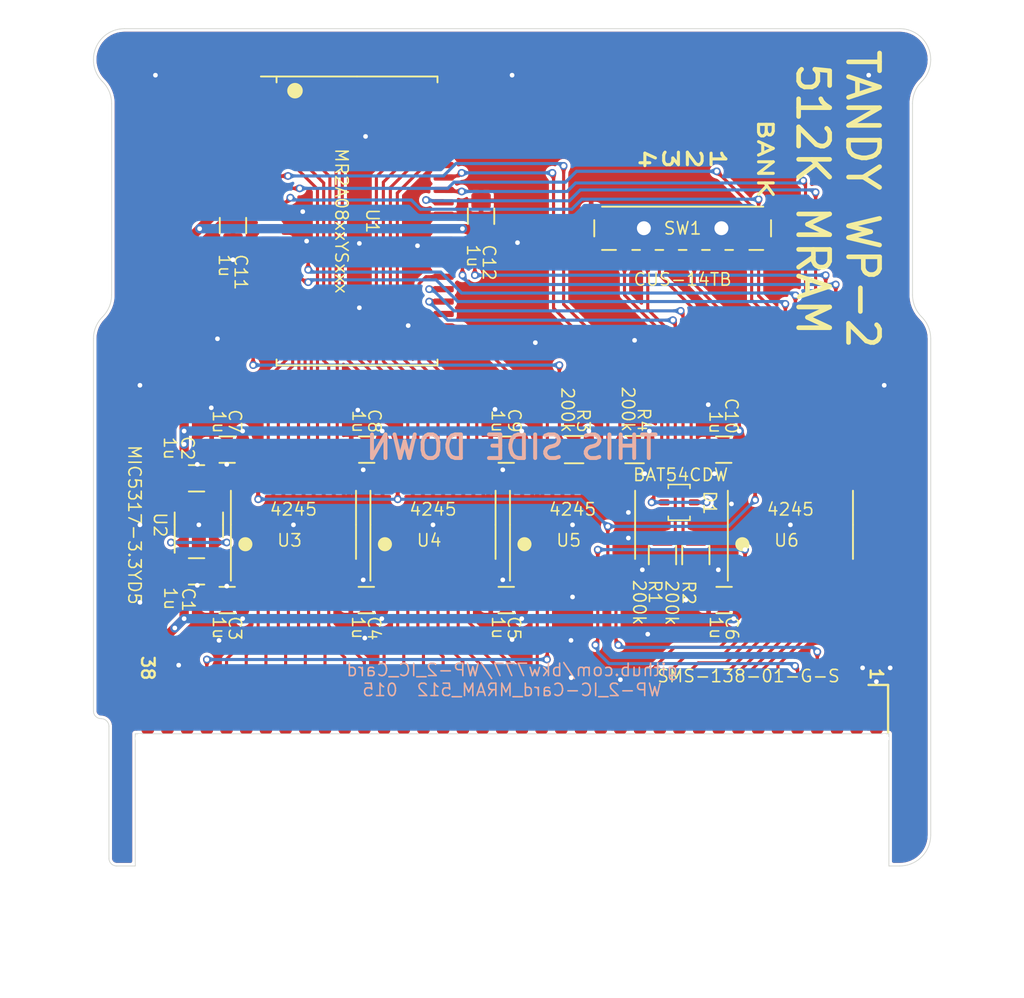
<source format=kicad_pcb>
(kicad_pcb (version 20240108) (generator "pcbnew") (generator_version "8.0")
  (title_block (title "WP-2_IC-Card_MRAM_512") (date "2024-08-22") (rev "015") (company "Brian K. White - b.kenyon.w@gmail.com") (comment 1 "CC-BY-SA") (comment 2 "github.com/bkw777/WP-2_IC_Card") (comment 3 "PCB Thickness 1.2mm"))
  (layers (0 "F.Cu" signal) (31 "B.Cu" signal) (34 "B.Paste" user) (35 "F.Paste" user) (36 "B.SilkS" user "B.Silkscreen") (37 "F.SilkS" user "F.Silkscreen") (38 "B.Mask" user) (39 "F.Mask" user) (44 "Edge.Cuts" user))
  (net 0 "")
  (net 1 "GND")
  (net 2 "/~{CE1}")
  (net 3 "/~{OE}")
  (net 4 "/D0")
  (net 5 "/D1")
  (net 6 "/D2")
  (net 7 "/D3")
  (net 8 "/D4")
  (net 9 "/D5")
  (net 10 "/D6")
  (net 11 "/D7")
  (net 12 "/A16")
  (net 13 "/A15")
  (net 14 "/A14")
  (net 15 "/A13")
  (net 16 "/A12")
  (net 17 "/A11")
  (net 18 "/A10")
  (net 19 "/A9")
  (net 20 "/A8")
  (net 21 "/A7")
  (net 22 "/A6")
  (net 23 "/A5")
  (net 24 "/A4")
  (net 25 "/A3")
  (net 26 "/A2")
  (net 27 "/A1")
  (net 28 "/A0")
  (net 30 "VBUS")
  (net 31 "/3A11")
  (net 36 "/3A9")
  (net 37 "/3A8")
  (net 38 "/3A13")
  (net 39 "/~{3WE}")
  (net 40 "/3A15")
  (net 41 "/3A16")
  (net 42 "/3A14")
  (net 43 "/3A12")
  (net 44 "/3A7")
  (net 45 "/3A6")
  (net 46 "/3A5")
  (net 47 "/3A4")
  (net 48 "/3A3")
  (net 49 "/3A2")
  (net 50 "/3A1")
  (net 51 "/3A0")
  (net 52 "/3D0")
  (net 53 "/3D1")
  (net 54 "/3D2")
  (net 55 "/3D3")
  (net 56 "/3D4")
  (net 57 "/3D5")
  (net 58 "/3D6")
  (net 59 "/3D7")
  (net 60 "/~{3CE1}")
  (net 61 "/3A10")
  (net 63 "/~{3OE}")
  (net 65 "/~{WE}")
  (net 73 "/3A17")
  (net 74 "/3A18")
  (net 78 "VMEM")
  (net 79 "/BANK_2")
  (net 80 "/BANK_4")
  (net 81 "/BANK_3")
  (footprint "0_LOCAL:SMS-138-01-x-x_edge" (layer "F.Cu") (at 135.95 113.72 -90)
    (property "Reference" "J1" (hide yes))
    (property "Value" "SMS-138-01-G-S")
  )
  (footprint "0_LOCAL:npth_0.6mm" (layer "F.Cu") (at 159.95 114.02)
    (property "Reference" "REF**" (hide yes))
    (property "Value" "npth_0.6mm")
  )
  (footprint "0_LOCAL:C_0805_1mm" (layer "F.Cu") (at 135.575 105.095 180)
    (property "Reference" "C5")
    (property "Value" "1u")
  )
  (footprint "0_LOCAL:C_0805_1mm" (layer "F.Cu") (at 117.575 95.395 180)
    (property "Reference" "C7")
    (property "Value" "1u")
  )
  (footprint "0_LOCAL:C_0805_1mm" (layer "F.Cu") (at 115.6 103.245 180)
    (property "Reference" "C1")
    (property "Value" "1u")
  )
  (footprint "0_LOCAL:C_0805_1mm" (layer "F.Cu") (at 115.6 97.245 180)
    (property "Reference" "C2")
    (property "Value" "1u")
  )
  (footprint "0_LOCAL:R_0805" (layer "F.Cu") (at 147.8 102.195 90)
    (property "Reference" "R2")
    (property "Value" "200k")
  )
  (footprint "0_LOCAL:TSSOP-24_4.4x7.8mm_P0.65mm" (layer "F.Cu") (at 121.85 100.245 90)
    (property "Reference" "U3")
    (property "Value" "4245")
  )
  (footprint "0_LOCAL:C_0805_1mm" (layer "F.Cu") (at 117.95 80.945 -90)
    (property "Reference" "C11")
    (property "Value" "1u")
  )
  (footprint "0_LOCAL:SW_SP4T_CUS-14B pth" (layer "F.Cu") (at 146.95 81.12 180)
    (property "Reference" "SW1")
    (property "Value" "CUS-14TB")
  )
  (footprint "0_LOCAL:TSSOP-24_4.4x7.8mm_P0.65mm" (layer "F.Cu") (at 130.85 100.245 90)
    (property "Reference" "U4")
    (property "Value" "4245")
  )
  (footprint "0_LOCAL:TSSOP-24_4.4x7.8mm_P0.65mm" (layer "F.Cu") (at 153.9 100.245 90)
    (property "Reference" "U6")
    (property "Value" "4245")
  )
  (footprint "0_LOCAL:C_0805_1mm" (layer "F.Cu") (at 133.95 80.345 90)
    (property "Reference" "C12")
    (property "Value" "1u")
  )
  (footprint "0_LOCAL:C_0805_1mm" (layer "F.Cu") (at 149.6 95.395 180)
    (property "Reference" "C10")
    (property "Value" "1u")
  )
  (footprint "0_LOCAL:Fiducial_0.75mm_Mask1.5mm" (layer "F.Cu") (at 110.95 70.245)
    (property "Reference" "REF**" (hide yes))
    (property "Value" "Fiducial_0.75mm_Mask1.5mm" (hide yes))
  )
  (footprint "0_LOCAL:C_0805_1mm" (layer "F.Cu") (at 126.55 105.095 180)
    (property "Reference" "C4")
    (property "Value" "1u")
  )
  (footprint "0_LOCAL:Fiducial_0.75mm_Mask1.5mm" (layer "F.Cu") (at 160.95 70.245)
    (property "Reference" "REF**" (hide yes))
    (property "Value" "Fiducial_0.75mm_Mask1.5mm" (hide yes))
  )
  (footprint "0_LOCAL:R_0805" (layer "F.Cu") (at 143.85 95.395)
    (property "Reference" "R4")
    (property "Value" "200k")
  )
  (footprint "0_LOCAL:WP-2_IC_Card_Cover_MRAM_512" (layer "F.Cu") (at 135.95 95.245)
    (property "Reference" "REF**" (hide yes))
    (property "Value" "WP-2_IC_Card_Cover_MRAM_512")
  )
  (footprint "0_LOCAL:R_0805" (layer "F.Cu") (at 145.65 102.195 90)
    (property "Reference" "R1")
    (property "Value" "200k")
  )
  (footprint "0_LOCAL:TSSOP-6-symmetric" (layer "F.Cu") (at 146.725 98.795)
    (property "Reference" "D1")
    (property "Value" "BAT54CDW")
  )
  (footprint "0_LOCAL:C_0805_1mm" (layer "F.Cu") (at 135.575 95.395 180)
    (property "Reference" "C9")
    (property "Value" "1u")
  )
  (footprint "0_LOCAL:npth_0.6mm" (layer "F.Cu") (at 111.95 114.02)
    (property "Reference" "REF**" (hide yes))
    (property "Value" "npth_0.6mm")
  )
  (footprint "0_LOCAL:C_0805_1mm" (layer "F.Cu") (at 117.575 105.095 180)
    (property "Reference" "C3")
    (property "Value" "1u")
  )
  (footprint "0_LOCAL:TSSOP-24_4.4x7.8mm_P0.65mm" (layer "F.Cu") (at 139.85 100.245 90)
    (property "Reference" "U5")
    (property "Value" "4245")
  )
  (footprint "0_LOCAL:TSOP-II-44_10.16x18.41mm_P0.8mm" (layer "F.Cu") (at 125.95 80.645)
    (property "Reference" "U1")
    (property "Value" "MR2A08xxYSxxx")
  )
  (footprint "0_LOCAL:TSOT-23-5" (layer "F.Cu") (at 115.75 100.245 90)
    (property "Reference" "U2")
    (property "Value" "MIC5317-3.3YD5")
  )
  (footprint "0_LOCAL:C_0805_1mm" (layer "F.Cu") (at 126.575 95.395 180)
    (property "Reference" "C8")
    (property "Value" "1u")
  )
  (footprint "0_LOCAL:C_0805_1mm" (layer "F.Cu") (at 149.625 105.095 180)
    (property "Reference" "C6")
    (property "Value" "1u")
  )
  (footprint "0_LOCAL:R_0805" (layer "F.Cu") (at 139.95 95.395)
    (property "Reference" "R3")
    (property "Value" "200k")
  )
  (footprint "0_LOCAL:Fiducial_0.75mm_Mask1.5mm" (layer "F.Cu") (at 160.95 107.245)
    (property "Reference" "REF**" (hide yes))
    (property "Value" "Fiducial_0.75mm_Mask1.5mm" (hide yes))
  )
  (gr_line (start 108.949999 88.245) (end 108.95 112.245) (stroke (width 0.05)) (layer "Edge.Cuts"))
  (gr_line (start 160.95 68.245) (end 110.95 68.245) (stroke (width 0.05)) (layer "Edge.Cuts"))
  (gr_line (start 111.65 113.72) (end 160.25 113.72) (stroke (width 0.05)) (layer "Edge.Cuts"))
  (gr_line (start 160.25 122.245) (end 160.25 113.72) (stroke (width 0.05)) (layer "Edge.Cuts"))
  (gr_line (start 111.65 122.245) (end 111.65 113.72) (stroke (width 0.05)) (layer "Edge.Cuts"))
  (gr_line (start 110.45 122.245) (end 111.65 122.245) (stroke (width 0.05)) (layer "Edge.Cuts"))
  (gr_line (start 160.95 122.245) (end 160.25 122.245) (stroke (width 0.05)) (layer "Edge.Cuts"))
  (gr_line (start 162.95 120.245) (end 162.95 88.245) (stroke (width 0.05)) (layer "Edge.Cuts"))
  (gr_line (start 109.95 113.245) (end 109.95 121.745) (stroke (width 0.05)) (layer "Edge.Cuts"))
  (gr_arc (start 109.535787 71.659214) (mid 109.969333 72.308061) (end 110.121574 73.073428) (stroke (width 0.05)) (layer "Edge.Cuts"))
  (gr_arc (start 162.364213 86.830786) (mid 162.797759 87.479633) (end 162.95 88.245) (stroke (width 0.05)) (layer "Edge.Cuts"))
  (gr_arc (start 162.95 120.245) (mid 162.364214 121.659214) (end 160.95 122.245) (stroke (width 0.05)) (layer "Edge.Cuts"))
  (gr_arc (start 109.45 112.745) (mid 109.803553 112.891447) (end 109.95 113.245) (stroke (width 0.05)) (layer "Edge.Cuts"))
  (gr_arc (start 108.95 70.245) (mid 109.535786 68.830786) (end 110.95 68.245) (stroke (width 0.05)) (layer "Edge.Cuts"))
  (gr_arc (start 160.95 68.245) (mid 162.364214 68.830786) (end 162.95 70.245) (stroke (width 0.05)) (layer "Edge.Cuts"))
  (gr_arc (start 110.45 122.245) (mid 110.096447 122.098553) (end 109.95 121.745) (stroke (width 0.05)) (layer "Edge.Cuts"))
  (gr_arc (start 162.95 70.245) (mid 162.797759 71.010367) (end 162.364213 71.659214) (stroke (width 0.05)) (layer "Edge.Cuts"))
  (gr_arc (start 110.121573 85.416572) (mid 109.969339 86.181944) (end 109.535786 86.830786) (stroke (width 0.05)) (layer "Edge.Cuts"))
  (gr_line (start 161.778426 73.073428) (end 161.778426 85.416572) (stroke (width 0.05)) (layer "Edge.Cuts"))
  (gr_arc (start 162.364213 86.830786) (mid 161.930671 86.181939) (end 161.778426 85.416572) (stroke (width 0.05)) (layer "Edge.Cuts"))
  (gr_arc (start 108.949999 88.245) (mid 109.10224 87.479633) (end 109.535786 86.830786) (stroke (width 0.05)) (layer "Edge.Cuts"))
  (gr_arc (start 161.778426 73.073428) (mid 161.930667 72.308061) (end 162.364213 71.659214) (stroke (width 0.05)) (layer "Edge.Cuts"))
  (gr_arc (start 109.535787 71.659214) (mid 109.102241 71.010367) (end 108.95 70.245) (stroke (width 0.05)) (layer "Edge.Cuts"))
  (gr_line (start 110.121574 73.073428) (end 110.121573 85.416572) (stroke (width 0.05)) (layer "Edge.Cuts"))
  (gr_arc (start 109.45 112.745) (mid 109.096447 112.598553) (end 108.95 112.245) (stroke (width 0.05)) (layer "Edge.Cuts"))
  (gr_text "THIS SIDE DOWN" (at 135.95 95.245 0) (layer "B.SilkS") (effects (font (size 1.524 1.524) (thickness 0.254)) (justify mirror)))
  (gr_text "${COMMENT2}\n${TITLE}  ${REVISION}" (at 135.95 110.245 0) (layer "B.SilkS") (effects (font (size 0.8 0.8) (thickness 0.1)) (justify mirror)))
  (gr_text "1" (at 159.445 110.358 -90) (layer "F.SilkS") (effects (font (size 0.8128 0.8128) (thickness 0.1524)) (justify right)))
  (gr_text "38" (at 112.455 110.358 -90) (layer "F.SilkS") (effects (font (size 0.8128 0.8128) (thickness 0.1524)) (justify right)))
  (gr_text "TANDY WP-2\n512K MRAM" (at 156.95 79.245 270) (layer "F.SilkS") (effects (font (size 2 2) (thickness 0.3))))
  (gr_text "BANK\n\n1\n2\n3\n4" (at 148.45 76.645 270) (layer "F.SilkS") (effects (font (size 0.95 1.3) (thickness 0.2))))
  (via (at 117.55 104.195) (size 0.5) (drill 0.3) (layers "F.Cu" "B.Cu") (net 1))
  (via (at 126.35 103.795) (size 0.5) (drill 0.3) (layers "F.Cu" "B.Cu") (net 1))
  (via (at 130.85 100.245) (size 0.5) (drill 0.3) (layers "F.Cu" "B.Cu") (net 1))
  (via (at 135.95 71.245) (size 0.5) (drill 0.3) (layers "F.Cu" "B.Cu") (net 1))
  (via (at 135.35 96.695) (size 0.5) (drill 0.3) (layers "F.Cu" "B.Cu") (net 1))
  (via (at 153.9 100.245) (size 0.5) (drill 0.3) (layers "F.Cu" "B.Cu") (net 1))
  (via (at 144.5 96.945) (size 0.5) (drill 0.3) (layers "F.Cu" "B.Cu") (net 1))
  (via (at 135.95 107.645) (size 0.5) (drill 0.3) (layers "F.Cu" "B.Cu") (net 1))
  (via (at 115.65 104.145) (size 0.5) (drill 0.3) (layers "F.Cu" "B.Cu") (net 1))
  (via (at 117.55 96.345) (size 0.5) (drill 0.3) (layers "F.Cu" "B.Cu") (net 1))
  (via (at 148.6 92.495) (size 0.5) (drill 0.3) (layers "F.Cu" "B.Cu") (net 1))
  (via (at 144.35 103.145) (size 0.5) (drill 0.3) (layers "F.Cu" "B.Cu") (net 1))
  (via (at 147.15 105.095) (size 0.5) (drill 0.3) (layers "F.Cu" "B.Cu") (net 1))
  (via (at 122.7 81.945) (size 0.5) (drill 0.3) (layers "F.Cu" "B.Cu") (net 1))
  (via (at 144.7 107.295) (size 0.5) (drill 0.3) (layers "F.Cu" "B.Cu") (net 1))
  (via (at 150.1 98.895) (size 0.5) (drill 0.3) (layers "F.Cu" "B.Cu") (net 1))
  (via (at 126.45 107.545) (size 0.5) (drill 0.3) (layers "F.Cu" "B.Cu") (net 1))
  (via (at 158.556 109.469) (size 0.5) (drill 0.3) (layers "F.Cu" "B.Cu") (net 1))
  (via (at 111.95 91.245) (size 0.5) (drill 0.3) (layers "F.Cu" "B.Cu") (net 1))
  (via (at 160.334 109.469) (size 0.5) (drill 0.3) (layers "F.Cu" "B.Cu") (net 1))
  (via (at 129.85 82.245) (size 0.5) (drill 0.3) (layers "F.Cu" "B.Cu") (net 1))
  (via (at 142.935 110.231) (size 0.5) (drill 0.3) (layers "F.Cu" "B.Cu") (net 1))
  (via (at 135.35 103.795) (size 0.5) (drill 0.3) (layers "F.Cu" "B.Cu") (net 1))
  (via (at 143.45 99.445) (size 0.5) (drill 0.3) (layers "F.Cu" "B.Cu") (net 1))
  (via (at 136.3 82.045) (size 0.5) (drill 0.3) (layers "F.Cu" "B.Cu") (net 1))
  (via (at 143.85 88.345) (size 0.5) (drill 0.3) (layers "F.Cu" "B.Cu") (net 1))
  (via (at 139.85 100.245) (size 0.5) (drill 0.3) (layers "F.Cu" "B.Cu") (net 1))
  (via (at 139.75 107.695) (size 0.5) (drill 0.3) (layers "F.Cu" "B.Cu") (net 1))
  (via (at 126.1 86.245) (size 0.5) (drill 0.3) (layers "F.Cu" "B.Cu") (net 1))
  (via (at 126 92.845) (size 0.5) (drill 0.3) (layers "F.Cu" "B.Cu") (net 1))
  (via (at 115.75 100.245) (size 0.5) (drill 0.3) (layers "F.Cu" "B.Cu") (net 1))
  (via (at 149 96.945) (size 0.5) (drill 0.3) (layers "F.Cu" "B.Cu") (net 1))
  (via (at 143.45 101.095) (size 0.5) (drill 0.3) (layers "F.Cu" "B.Cu") (net 1))
  (via (at 117.95 83.145) (size 0.5) (drill 0.3) (layers "F.Cu" "B.Cu") (net 1))
  (via (at 111.95 105.245) (size 0.5) (drill 0.3) (layers "F.Cu" "B.Cu") (net 1))
  (via (at 115.65 96.345) (size 0.5) (drill 0.3) (layers "F.Cu" "B.Cu") (net 1))
  (via (at 126.35 96.695) (size 0.5) (drill 0.3) (layers "F.Cu" "B.Cu") (net 1))
  (via (at 116.95 88.245) (size 0.5) (drill 0.3) (layers "F.Cu" "B.Cu") (net 1))
  (via (at 139.76 110.104) (size 0.5) (drill 0.3) (layers "F.Cu" "B.Cu") (net 1))
  (via (at 116.55 92.695) (size 0.5) (drill 0.3) (layers "F.Cu" "B.Cu") (net 1))
  (via (at 159.95 91.245) (size 0.5) (drill 0.3) (layers "F.Cu" "B.Cu") (net 1))
  (via (at 117.05 107.695) (size 0.5) (drill 0.3) (layers "F.Cu" "B.Cu") (net 1))
  (via (at 122.45 80.045) (size 0.5) (drill 0.3) (layers "F.Cu" "B.Cu") (net 1))
  (via (at 112.95 71.245) (size 0.5) (drill 0.3) (layers "F.Cu" "B.Cu") (net 1))
  (via (at 114.45 109.295) (size 0.5) (drill 0.3) (layers "F.Cu" "B.Cu") (net 1))
  (via (at 159.445 110.358) (size 0.5) (drill 0.3) (layers "F.Cu" "B.Cu") (net 1))
  (via (at 129.25 87.395) (size 0.5) (drill 0.3) (layers "F.Cu" "B.Cu") (net 1))
  (via (at 121.85 100.245) (size 0.5) (drill 0.3) (layers "F.Cu" "B.Cu") (net 1))
  (via (at 139.85 104.895) (size 0.5) (drill 0.3) (layers "F.Cu" "B.Cu") (net 1))
  (via (at 137.45 88.495) (size 0.5) (drill 0.3) (layers "F.Cu" "B.Cu") (net 1))
  (via (at 126.1 82.095) (size 0.5) (drill 0.3) (layers "F.Cu" "B.Cu") (net 1))
  (via (at 149.25 103.145) (size 0.5) (drill 0.3) (layers "F.Cu" "B.Cu") (net 1))
  (via (at 111.95 100.245) (size 0.5) (drill 0.3) (layers "F.Cu" "B.Cu") (net 1))
  (via (at 134.85 92.795) (size 0.5) (drill 0.3) (layers "F.Cu" "B.Cu") (net 1))
  (via (at 158.95 71.245) (size 0.5) (drill 0.3) (layers "F.Cu" "B.Cu") (net 1))
  (via (at 126.5 75.195) (size 0.5) (drill 0.3) (layers "F.Cu" "B.Cu") (net 1))
  (segment (start 155.635 108.43) (end 155.635 112.32) (width 0.2) (layer "F.Cu") (net 2))
  (segment (start 142.125 104.77) (end 142.125 103.1075) (width 0.2) (layer "F.Cu") (net 2))
  (segment (start 142.65 105.295) (end 142.125 104.77) (width 0.2) (layer "F.Cu") (net 2))
  (segment (start 119.575 97.3825) (end 119.575 98.595) (width 0.2) (layer "F.Cu") (net 2))
  (segment (start 142.125 100.345) (end 142.125 103.1075) (width 0.2) (layer "F.Cu") (net 2))
  (segment (start 151.625 98.645) (end 151.625 97.3825) (width 0.2) (layer "F.Cu") (net 2))
  (segment (start 128.575 98.595) (end 128.575 97.3825) (width 0.2) (layer "F.Cu") (net 2))
  (segment (start 142.65 107.845) (end 142.65 105.295) (width 0.2) (layer "F.Cu") (net 2))
  (segment (start 142.8 107.995) (end 142.65 107.845) (width 0.2) (layer "F.Cu") (net 2))
  (via (at 142.125 100.345) (size 0.5) (drill 0.3) (layers "F.Cu" "B.Cu") (net 2))
  (via (at 151.625 98.645) (size 0.5) (drill 0.3) (layers "F.Cu" "B.Cu") (net 2))
  (via (at 128.575 98.595) (size 0.5) (drill 0.3) (layers "F.Cu" "B.Cu") (net 2))
  (via (at 142.8 107.995) (size 0.5) (drill 0.3) (layers "F.Cu" "B.Cu") (net 2))
  (via (at 119.575 98.595) (size 0.5) (drill 0.3) (layers "F.Cu" "B.Cu") (net 2))
  (via (at 155.635 108.43) (size 0.5) (drill 0.3) (layers "F.Cu" "B.Cu") (net 2))
  (segment (start 142.125 100.345) (end 149.925 100.345) (width 0.2) (layer "B.Cu") (net 2))
  (segment (start 149.925 100.345) (end 151.625 98.645) (width 0.2) (layer "B.Cu") (net 2))
  (segment (start 140.375 98.595) (end 119.575 98.595) (width 0.2) (layer "B.Cu") (net 2))
  (segment (start 142.125 100.345) (end 140.375 98.595) (width 0.2) (layer "B.Cu") (net 2))
  (segment (start 142.95 108.145) (end 155.35 108.145) (width 0.2) (layer "B.Cu") (net 2))
  (segment (start 142.8 107.995) (end 142.95 108.145) (width 0.2) (layer "B.Cu") (net 2))
  (segment (start 155.35 108.145) (end 155.635 108.43) (width 0.2) (layer "B.Cu") (net 2))
  (segment (start 154.365 109.51) (end 154.365 112.32) (width 0.2) (layer "F.Cu") (net 3))
  (segment (start 141.475 101.845) (end 141.475 107.845) (width 0.2) (layer "F.Cu") (net 3))
  (segment (start 150.975 103.1075) (end 150.975 101.845) (width 0.2) (layer "F.Cu") (net 3))
  (segment (start 141.475 101.845) (end 141.475 103.1075) (width 0.2) (layer "F.Cu") (net 3))
  (segment (start 141.475 107.845) (end 141.325 107.995) (width 0.2) (layer "F.Cu") (net 3))
  (segment (start 154.2 109.345) (end 154.365 109.51) (width 0.2) (layer "F.Cu") (net 3))
  (via (at 141.475 101.845) (size 0.5) (drill 0.3) (layers "F.Cu" "B.Cu") (net 3))
  (via (at 141.325 107.995) (size 0.5) (drill 0.3) (layers "F.Cu" "B.Cu") (net 3))
  (via (at 154.2 109.345) (size 0.5) (drill 0.3) (layers "F.Cu" "B.Cu") (net 3))
  (via (at 150.975 101.845) (size 0.5) (drill 0.3) (layers "F.Cu" "B.Cu") (net 3))
  (segment (start 142.2 109.195) (end 154.05 109.195) (width 0.2) (layer "B.Cu") (net 3))
  (segment (start 154.05 109.195) (end 154.2 109.345) (width 0.2) (layer "B.Cu") (net 3))
  (segment (start 141.475 101.845) (end 150.975 101.845) (width 0.2) (layer "B.Cu") (net 3))
  (segment (start 141.475 108.145) (end 141.475 108.47) (width 0.2) (layer "B.Cu") (net 3))
  (segment (start 141.475 108.47) (end 142.2 109.195) (width 0.2) (layer "B.Cu") (net 3))
  (segment (start 141.325 107.995) (end 141.475 108.145) (width 0.2) (layer "B.Cu") (net 3))
  (segment (start 156.175 106.22) (end 153.095 109.3) (width 0.2) (layer "F.Cu") (net 4))
  (segment (start 156.175 103.1075) (end 156.175 106.22) (width 0.2) (layer "F.Cu") (net 4))
  (segment (start 153.095 109.3) (end 153.095 112.32) (width 0.2) (layer "F.Cu") (net 4))
  (segment (start 155.525 106.17) (end 155.525 103.1075) (width 0.2) (layer "F.Cu") (net 5))
  (segment (start 151.825 109.87) (end 155.525 106.17) (width 0.2) (layer "F.Cu") (net 5))
  (segment (start 151.825 112.32) (end 151.825 109.87) (width 0.2) (layer "F.Cu") (net 5))
  (segment (start 154.875 106.12) (end 150.555 110.44) (width 0.2) (layer "F.Cu") (net 6))
  (segment (start 150.555 110.44) (end 150.555 112.32) (width 0.2) (layer "F.Cu") (net 6))
  (segment (start 154.875 103.1075) (end 154.875 106.12) (width 0.2) (layer "F.Cu") (net 6))
  (segment (start 154.225 106.07) (end 150.15 110.145) (width 0.2) (layer "F.Cu") (net 7))
  (segment (start 150.15 110.145) (end 149.498 110.145) (width 0.2) (layer "F.Cu") (net 7))
  (segment (start 154.225 103.1075) (end 154.225 106.07) (width 0.2) (layer "F.Cu") (net 7))
  (segment (start 149.498 110.145) (end 149.285 110.358) (width 0.2) (layer "F.Cu") (net 7))
  (segment (start 149.285 110.358) (end 149.285 112.32) (width 0.2) (layer "F.Cu") (net 7))
  (segment (start 153.575 103.1075) (end 153.575 106.02) (width 0.2) (layer "F.Cu") (net 8))
  (segment (start 148.728 109.645) (end 148.015 110.358) (width 0.2) (layer "F.Cu") (net 8))
  (segment (start 148.015 110.358) (end 148.015 112.32) (width 0.2) (layer "F.Cu") (net 8))
  (segment (start 153.575 106.02) (end 149.95 109.645) (width 0.2) (layer "F.Cu") (net 8))
  (segment (start 149.95 109.645) (end 148.728 109.645) (width 0.2) (layer "F.Cu") (net 8))
  (segment (start 152.925 105.97) (end 149.75 109.145) (width 0.2) (layer "F.Cu") (net 9))
  (segment (start 146.745 110.358) (end 146.745 112.32) (width 0.2) (layer "F.Cu") (net 9))
  (segment (start 147.958 109.145) (end 146.745 110.358) (width 0.2) (layer "F.Cu") (net 9))
  (segment (start 149.75 109.145) (end 147.958 109.145) (width 0.2) (layer "F.Cu") (net 9))
  (segment (start 152.925 103.1075) (end 152.925 105.97) (width 0.2) (layer "F.Cu") (net 9))
  (segment (start 147.188 108.645) (end 145.475 110.358) (width 0.2) (layer "F.Cu") (net 10))
  (segment (start 145.475 110.358) (end 145.475 112.32) (width 0.2) (layer "F.Cu") (net 10))
  (segment (start 152.275 103.1075) (end 152.275 105.92) (width 0.2) (layer "F.Cu") (net 10))
  (segment (start 149.55 108.645) (end 147.188 108.645) (width 0.2) (layer "F.Cu") (net 10))
  (segment (start 152.275 105.92) (end 149.55 108.645) (width 0.2) (layer "F.Cu") (net 10))
  (segment (start 151.625 105.87) (end 149.35 108.145) (width 0.2) (layer "F.Cu") (net 11))
  (segment (start 146.418 108.145) (end 144.205 110.358) (width 0.2) (layer "F.Cu") (net 11))
  (segment (start 149.35 108.145) (end 146.418 108.145) (width 0.2) (layer "F.Cu") (net 11))
  (segment (start 144.205 110.358) (end 144.205 112.32) (width 0.2) (layer "F.Cu") (net 11))
  (segment (start 151.625 103.1075) (end 151.625 105.87) (width 0.2) (layer "F.Cu") (net 11))
  (segment (start 137.855 109.6) (end 137.855 112.32) (width 0.2) (layer "F.Cu") (net 12))
  (segment (start 137.575 103.1075) (end 137.575 109.32) (width 0.2) (layer "F.Cu") (net 12))
  (segment (start 137.575 109.32) (end 137.855 109.6) (width 0.2) (layer "F.Cu") (net 12))
  (segment (start 136.585 109.955) (end 136.585 112.32) (width 0.2) (layer "F.Cu") (net 13))
  (segment (start 136.675 112.23) (end 136.585 112.32) (width 0.2) (layer "F.Cu") (net 13))
  (segment (start 133.125 106.495) (end 136.585 109.955) (width 0.2) (layer "F.Cu") (net 13))
  (segment (start 133.125 103.1075) (end 133.125 106.495) (width 0.2) (layer "F.Cu") (net 13))
  (segment (start 132.475 103.1075) (end 132.475 106.845) (width 0.2) (layer "F.Cu") (net 14))
  (segment (start 132.475 106.845) (end 135.315 109.685) (width 0.2) (layer "F.Cu") (net 14))
  (segment (start 135.315 109.685) (end 135.315 112.32) (width 0.2) (layer "F.Cu") (net 14))
  (segment (start 131.825 107.17) (end 131.825 103.1075) (width 0.2) (layer "F.Cu") (net 15))
  (segment (start 134.045 112.32) (end 134.045 109.39) (width 0.2) (layer "F.Cu") (net 15))
  (segment (start 134.045 109.39) (end 131.825 107.17) (width 0.2) (layer "F.Cu") (net 15))
  (segment (start 132.775 112.32) (end 132.775 109.07) (width 0.2) (layer "F.Cu") (net 16))
  (segment (start 132.775 109.07) (end 131.175 107.47) (width 0.2) (layer "F.Cu") (net 16))
  (segment (start 131.175 107.47) (end 131.175 103.1075) (width 0.2) (layer "F.Cu") (net 16))
  (segment (start 131.505 112.32) (end 131.505 108.75) (width 0.2) (layer "F.Cu") (net 17))
  (segment (start 130.525 107.77) (end 130.525 103.1075) (width 0.2) (layer "F.Cu") (net 17))
  (segment (start 131.505 108.75) (end 130.525 107.77) (width 0.2) (layer "F.Cu") (net 17))
  (segment (start 129.875 103.1075) (end 129.875 108.135) (width 0.2) (layer "F.Cu") (net 18))
  (segment (start 130.235 108.495) (end 130.235 112.32) (width 0.2) (layer "F.Cu") (net 18))
  (segment (start 129.875 108.135) (end 130.235 108.495) (width 0.2) (layer "F.Cu") (net 18))
  (segment (start 128.965 107.73) (end 128.965 112.32) (width 0.2) (layer "F.Cu") (net 19))
  (segment (start 128.975 112.31) (end 128.965 112.32) (width 0.2) (layer "F.Cu") (net 19))
  (segment (start 129.225 103.1075) (end 129.225 107.47) (width 0.2) (layer "F.Cu") (net 19))
  (segment (start 129.225 107.47) (end 128.965 107.73) (width 0.2) (layer "F.Cu") (net 19))
  (segment (start 128.75 112.105) (end 128.965 112.32) (width 0.2) (layer "F.Cu") (net 19))
  (segment (start 128.575 107.095) (end 127.695 107.975) (width 0.2) (layer "F.Cu") (net 20))
  (segment (start 127.695 107.975) (end 127.695 112.32) (width 0.2) (layer "F.Cu") (net 20))
  (segment (start 128.575 103.1075) (end 128.575 107.095) (width 0.2) (layer "F.Cu") (net 20))
  (segment (start 124.125 106.77) (end 126.425 109.07) (width 0.2) (layer "F.Cu") (net 21))
  (segment (start 126.425 109.07) (end 126.425 112.32) (width 0.2) (layer "F.Cu") (net 21))
  (segment (start 124.125 103.1075) (end 124.125 106.77) (width 0.2) (layer "F.Cu") (net 21))
  (segment (start 123.475 107.12) (end 125.155 108.8) (width 0.2) (layer "F.Cu") (net 22))
  (segment (start 125.155 108.8) (end 125.155 112.32) (width 0.2) (layer "F.Cu") (net 22))
  (segment (start 123.475 103.1075) (end 123.475 107.12) (width 0.2) (layer "F.Cu") (net 22))
  (segment (start 123.885 112.32) (end 123.885 108.53) (width 0.2) (layer "F.Cu") (net 23))
  (segment (start 122.825 107.47) (end 122.825 103.1075) (width 0.2) (layer "F.Cu") (net 23))
  (segment (start 123.885 108.53) (end 122.825 107.47) (width 0.2) (layer "F.Cu") (net 23))
  (segment (start 122.175 107.87) (end 122.615 108.31) (width 0.2) (layer "F.Cu") (net 24))
  (segment (start 122.615 108.31) (end 122.615 112.32) (width 0.2) (layer "F.Cu") (net 24))
  (segment (start 122.175 103.1075) (end 122.175 107.87) (width 0.2) (layer "F.Cu") (net 24))
  (segment (start 121.275 112.25) (end 121.345 112.32) (width 0.2) (layer "F.Cu") (net 25))
  (segment (start 121.345 108.1) (end 121.345 112.32) (width 0.2) (layer "F.Cu") (net 25))
  (segment (start 121.525 103.1075) (end 121.525 107.92) (width 0.2) (layer "F.Cu") (net 25))
  (segment (start 121.525 107.92) (end 121.345 108.1) (width 0.2) (layer "F.Cu") (net 25))
  (segment (start 120.875 103.1075) (end 120.875 107.57) (width 0.2) (layer "F.Cu") (net 26))
  (segment (start 120.875 107.57) (end 120.075 108.37) (width 0.2) (layer "F.Cu") (net 26))
  (segment (start 120.075 108.37) (end 120.075 112.32) (width 0.2) (layer "F.Cu") (net 26))
  (segment (start 120.225 107.22) (end 118.805 108.64) (width 0.2) (layer "F.Cu") (net 27))
  (segment (start 118.805 108.64) (end 118.805 112.32) (width 0.2) (layer "F.Cu") (net 27))
  (segment (start 120.225 103.1075) (end 120.225 107.22) (width 0.2) (layer "F.Cu") (net 27))
  (segment (start 119.575 106.87) (end 117.535 108.91) (width 0.2) (layer "F.Cu") (net 28))
  (segment (start 119.575 103.1075) (end 119.575 106.87) (width 0.2) (layer "F.Cu") (net 28))
  (segment (start 117.535 108.91) (end 117.535 112.32) (width 0.2) (layer "F.Cu") (net 28))
  (segment (start 150.625 105.92) (end 150.625 105.095) (width 0.6) (layer "F.Cu") (net 30))
  (segment (start 136.575 106.295) (end 136.575 105.095) (width 0.6) (layer "F.Cu") (net 30))
  (segment (start 118.275 104.795) (end 118.275 103.1075) (width 0.4) (layer "F.Cu") (net 30))
  (segment (start 113.95 101.3825) (end 114.8 101.3825) (width 0.2) (layer "F.Cu") (net 30))
  (segment (start 118.575 106.295) (end 118.575 105.095) (width 0.6) (layer "F.Cu") (net 30))
  (segment (start 127.55 105.095) (end 127.275 104.82) (width 0.4) (layer "F.Cu") (net 30))
  (segment (start 114.8 103.445) (end 114.6 103.245) (width 0.6) (layer "F.Cu") (net 30))
  (segment (start 114.8 106.295) (end 114.8 103.445) (width 0.6) (layer "F.Cu") (net 30))
  (segment (start 136.925 103.1075) (end 136.275 103.1075) (width 0.2) (layer "F.Cu") (net 30))
  (segment (start 150.25 106.295) (end 150.625 105.92) (width 0.6) (layer "F.Cu") (net 30))
  (segment (start 127.925 103.1075) (end 127.275 103.1075) (width 0.2) (layer "F.Cu") (net 30))
  (segment (start 118.575 105.095) (end 118.275 104.795) (width 0.4) (layer "F.Cu") (net 30))
  (segment (start 114.8 103.045) (end 114.6 103.245) (width 0.6) (layer "F.Cu") (net 30))
  (segment (start 150.625 105.095) (end 150.325 104.795) (width 0.4) (layer "F.Cu") (net 30))
  (segment (start 114.8 101.3825) (end 114.8 103.045) (width 0.6) (layer "F.Cu") (net 30))
  (segment (start 112.455 108.64) (end 112.455 112.32) (width 0.6) (layer "F.Cu") (net 30))
  (segment (start 118.925 103.1075) (end 118.275 103.1075) (width 0.2) (layer "F.Cu") (net 30))
  (segment (start 127.275 104.82) (end 127.275 103.1075) (width 0.4) (layer "F.Cu") (net 30))
  (segment (start 117.55 101.3825) (end 116.7 101.3825) (width 0.2) (layer "F.Cu") (net 30))
  (segment (start 127.55 106.295) (end 127.55 105.095) (width 0.6) (layer "F.Cu") (net 30))
  (segment (start 136.275 104.795) (end 136.275 103.1075) (width 0.4) (layer "F.Cu") (net 30))
  (segment (start 136.575 105.095) (end 136.275 104.795) (width 0.4) (layer "F.Cu") (net 30))
  (segment (start 114.8 106.295) (end 112.455 108.64) (width 0.6) (layer "F.Cu") (net 30))
  (segment (start 150.325 104.795) (end 150.325 103.1075) (width 0.4) (layer "F.Cu") (net 30))
  (via (at 136.575 106.295) (size 0.5) (drill 0.3) (layers "F.Cu" "B.Cu") (net 30))
  (via (at 114.198959 106.896041) (size 0.5) (drill 0.3) (layers "F.Cu" "B.Cu") (net 30))
  (via (at 127.55 106.295) (size 0.5) (drill 0.3) (layers "F.Cu" "B.Cu") (net 30))
  (via (at 117.55 101.3825) (size 0.5) (drill 0.3) (layers "F.Cu" "B.Cu") (net 30))
  (via (at 113.95 101.3825) (size 0.5) (drill 0.3) (layers "F.Cu" "B.Cu") (net 30))
  (via (at 150.25 106.295) (size 0.5) (drill 0.3) (layers "F.Cu" "B.Cu") (net 30))
  (via (at 114.8 106.295) (size 0.5) (drill 0.3) (layers "F.Cu" "B.Cu") (net 30))
  (via (at 118.575 106.295) (size 0.5) (drill 0.3) (layers "F.Cu" "B.Cu") (net 30))
  (segment (start 117.55 101.3825) (end 113.95 101.3825) (width 0.2) (layer "B.Cu") (net 30))
  (segment (start 114.8 106.295) (end 114.198959 106.896041) (width 0.6) (layer "B.Cu") (net 30))
  (segment (start 114.8 106.295) (end 150.25 106.295) (width 0.6) (layer "B.Cu") (net 30))
  (segment (start 131.175 93.22) (end 127.65 89.695) (width 0.2) (layer "F.Cu") (net 31))
  (segment (start 127.65 78.145) (end 130.35 75.445) (width 0.2) (layer "F.Cu") (net 31))
  (segment (start 131.175 97.3825) (end 131.175 93.22) (width 0.2) (layer "F.Cu") (net 31))
  (segment (start 127.65 89.695) (end 127.65 78.145) (width 0.2) (layer "F.Cu") (net 31))
  (segment (start 130.35 75.445) (end 131.5375 75.445) (width 0.2) (layer "F.Cu") (net 31))
  (segment (start 121.85 73.845) (end 120.3625 73.845) (width 0.2) (layer "F.Cu") (net 36))
  (segment (start 129.875 97.3825) (end 129.875 93.37) (width 0.2) (layer "F.Cu") (net 36))
  (segment (start 125 88.495) (end 125 76.995) (width 0.2) (layer "F.Cu") (net 36))
  (segment (start 125 76.995) (end 121.85 73.845) (width 0.2) (layer "F.Cu") (net 36))
  (segment (start 129.875 93.37) (end 125 88.495) (width 0.2) (layer "F.Cu") (net 36))
  (segment (start 124.6 88.845) (end 124.6 77.395) (width 0.2) (layer "F.Cu") (net 37))
  (segment (start 121.85 74.645) (end 120.3625 74.645) (width 0.2) (layer "F.Cu") (net 37))
  (segment (start 124.6 77.395) (end 121.85 74.645) (width 0.2) (layer "F.Cu") (net 37))
  (segment (start 129.225 93.47) (end 124.6 88.845) (width 0.2) (layer "F.Cu") (net 37))
  (segment (start 129.225 97.3825) (end 129.225 93.47) (width 0.2) (layer "F.Cu") (net 37))
  (segment (start 132.475 93.07) (end 128.55 89.145) (width 0.2) (layer "F.Cu") (net 38))
  (segment (start 132.475 97.3825) (end 132.475 93.07) (width 0.2) (layer "F.Cu") (net 38))
  (segment (start 130.35 77.045) (end 131.5375 77.045) (width 0.2) (layer "F.Cu") (net 38))
  (segment (start 128.55 78.845) (end 130.35 77.045) (width 0.2) (layer "F.Cu") (net 38))
  (segment (start 128.55 89.145) (end 128.55 78.845) (width 0.2) (layer "F.Cu") (net 38))
  (segment (start 119.25 89.945) (end 119.25 83.845) (width 0.2) (layer "F.Cu") (net 39))
  (segment (start 119.55 83.545) (end 120.2625 83.545) (width 0.2) (layer "F.Cu") (net 39))
  (segment (start 139 89.945) (end 139 95.395) (width 0.2) (layer "F.Cu") (net 39))
  (segment (start 138.875 95.52) (end 139 95.395) (width 0.2) (layer "F.Cu") (net 39))
  (segment (start 119.25 83.845) (end 119.55 83.545) (width 0.2) (layer "F.Cu") (net 39))
  (segment (start 138.875 97.3825) (end 138.875 95.52) (width 0.2) (layer "F.Cu") (net 39))
  (segment (start 120.2625 83.545) (end 120.3625 83.445) (width 0.2) (layer "F.Cu") (net 39))
  (via (at 119.25 89.945) (size 0.5) (drill 0.3) (layers "F.Cu" "B.Cu") (net 39))
  (via (at 139 89.945) (size 0.5) (drill 0.3) (layers "F.Cu" "B.Cu") (net 39))
  (segment (start 139 89.945) (end 119.25 89.945) (width 0.2) (layer "B.Cu") (net 39))
  (segment (start 133.775 97.3825) (end 133.675 97.2825) (width 0.2) (layer "F.Cu") (net 40))
  (segment (start 130.35 87.02) (end 130.625 86.745) (width 0.2) (layer "F.Cu") (net 40))
  (segment (start 133.675 97.2825) (end 133.675 92.745) (width 0.2) (layer "F.Cu") (net 40))
  (segment (start 131.4375 86.745) (end 131.5375 86.645) (width 0.2) (layer "F.Cu") (net 40))
  (segment (start 133.675 92.745) (end 130.35 89.42) (width 0.2) (layer "F.Cu") (net 40))
  (segment (start 130.625 86.745) (end 131.4375 86.745) (width 0.2) (layer "F.Cu") (net 40))
  (segment (start 130.35 89.42) (end 130.35 87.02) (width 0.2) (layer "F.Cu") (net 40))
  (segment (start 138.225 92.92) (end 132.75 87.445) (width 0.2) (layer "F.Cu") (net 41))
  (segment (start 138.225 97.3825) (end 138.225 92.92) (width 0.2) (layer "F.Cu") (net 41))
  (segment (start 132.75 87.445) (end 131.5375 87.445) (width 0.2) (layer "F.Cu") (net 41))
  (segment (start 129.95 84.695) (end 130.4 84.245) (width 0.2) (layer "F.Cu") (net 42))
  (segment (start 129.95 89.795) (end 129.95 84.695) (width 0.2) (layer "F.Cu") (net 42))
  (segment (start 133.125 92.97) (end 129.95 89.795) (width 0.2) (layer "F.Cu") (net 42))
  (segment (start 130.4 84.245) (end 131.5375 84.245) (width 0.2) (layer "F.Cu") (net 42))
  (segment (start 133.125 97.3825) (end 133.125 92.97) (width 0.2) (layer "F.Cu") (net 42))
  (segment (start 131.825 97.3825) (end 131.825 93.17) (width 0.2) (layer "F.Cu") (net 43))
  (segment (start 131.825 93.17) (end 128.1 89.445) (width 0.2) (layer "F.Cu") (net 43))
  (segment (start 128.1 89.445) (end 128.1 78.495) (width 0.2) (layer "F.Cu") (net 43))
  (segment (start 128.1 78.495) (end 130.35 76.245) (width 0.2) (layer "F.Cu") (net 43))
  (segment (start 130.35 76.245) (end 131.5375 76.245) (width 0.2) (layer "F.Cu") (net 43))
  (segment (start 124.775 97.3825) (end 124.675 97.2825) (width 0.2) (layer "F.Cu") (net 44))
  (segment (start 124.2 89.245) (end 124.2 77.795) (width 0.2) (layer "F.Cu") (net 44))
  (segment (start 124.2 77.795) (end 121.85 75.445) (width 0.2) (layer "F.Cu") (net 44))
  (segment (start 124.675 89.72) (end 124.2 89.245) (width 0.2) (layer "F.Cu") (net 44))
  (segment (start 121.85 75.445) (end 120.3625 75.445) (width 0.2) (layer "F.Cu") (net 44))
  (segment (start 124.675 97.2825) (end 124.675 89.72) (width 0.2) (layer "F.Cu") (net 44))
  (segment (start 123.8 89.645) (end 123.8 78.195) (width 0.2) (layer "F.Cu") (net 45))
  (segment (start 124.125 89.97) (end 123.8 89.645) (width 0.2) (layer "F.Cu") (net 45))
  (segment (start 124.125 97.3825) (end 124.125 89.97) (width 0.2) (layer "F.Cu") (net 45))
  (segment (start 123.8 78.195) (end 121.85 76.245) (width 0.2) (layer "F.Cu") (net 45))
  (segment (start 121.85 76.245) (end 120.3625 76.245) (width 0.2) (layer "F.Cu") (net 45))
  (segment (start 123.4 97.3075) (end 123.4 78.595) (width 0.2) (layer "F.Cu") (net 46))
  (segment (start 123.475 97.3825) (end 123.4 97.3075) (width 0.2) (layer "F.Cu") (net 46))
  (segment (start 123.4 78.595) (end 121.85 77.045) (width 0.2) (layer "F.Cu") (net 46))
  (segment (start 121.85 77.045) (end 120.3625 77.045) (width 0.2) (layer "F.Cu") (net 46))
  (segment (start 122.825 97.3825) (end 122.825 91.22) (width 0.2) (layer "F.Cu") (net 47))
  (segment (start 121.55 84.245) (end 120.3625 84.245) (width 0.2) (layer "F.Cu") (net 47))
  (segment (start 122.825 91.22) (end 123 91.045) (width 0.2) (layer "F.Cu") (net 47))
  (segment (start 123 91.045) (end 123 85.695) (width 0.2) (layer "F.Cu") (net 47))
  (segment (start 123 85.695) (end 121.55 84.245) (width 0.2) (layer "F.Cu") (net 47))
  (segment (start 122.175 97.3825) (end 122.175 91.12) (width 0.2) (layer "F.Cu") (net 48))
  (segment (start 122.6 86.095) (end 121.55 85.045) (width 0.2) (layer "F.Cu") (net 48))
  (segment (start 121.55 85.045) (end 120.3625 85.045) (width 0.2) (layer "F.Cu") (net 48))
  (segment (start 122.6 90.695) (end 122.6 86.095) (width 0.2) (layer "F.Cu") (net 48))
  (segment (start 122.175 91.12) (end 122.6 90.695) (width 0.2) (layer "F.Cu") (net 48))
  (segment (start 122.2 90.345) (end 122.2 86.495) (width 0.2) (layer "F.Cu") (net 49))
  (segment (start 122.2 86.495) (end 121.55 85.845) (width 0.2) (layer "F.Cu") (net 49))
  (segment (start 121.525 97.3825) (end 121.525 91.02) (width 0.2) (layer "F.Cu") (net 49))
  (segment (start 121.525 91.02) (end 122.2 90.345) (width 0.2) (layer "F.Cu") (net 49))
  (segment (start 121.55 85.845) (end 120.3625 85.845) (width 0.2) (layer "F.Cu") (net 49))
  (segment (start 120.875 90.92) (end 121.8 89.995) (width 0.2) (layer "F.Cu") (net 50))
  (segment (start 120.875 97.3825) (end 120.875 90.92) (width 0.2) (layer "F.Cu") (net 50))
  (segment (start 121.8 89.995) (end 121.8 86.895) (width 0.2) (layer "F.Cu") (net 50))
  (segment (start 121.8 86.895) (end 121.55 86.645) (width 0.2) (layer "F.Cu") (net 50))
  (segment (start 121.55 86.645) (end 120.3625 86.645) (width 0.2) (layer "F.Cu") (net 50))
  (segment (start 120.225 90.77) (end 121.4 89.595) (width 0.2) (layer "F.Cu") (net 51))
  (segment (start 120.225 97.3825) (end 120.225 90.77) (width 0.2) (layer "F.Cu") (net 51))
  (segment (start 121.25 87.445) (end 120.3625 87.445) (width 0.2) (layer "F.Cu") (net 51))
  (segment (start 121.4 87.595) (end 121.25 87.445) (width 0.2) (layer "F.Cu") (net 51))
  (segment (start 121.4 89.595) (end 121.4 87.595) (width 0.2) (layer "F.Cu") (net 51))
  (segment (start 122.25 78.545) (end 120.4625 78.545) (width 0.2) (layer "F.Cu") (net 52))
  (segment (start 152.275 86.62) (end 152.275 97.3825) (width 0.2) (layer "F.Cu") (net 52))
  (segment (start 149.15 77.445) (end 151.4 79.695) (width 0.2) (layer "F.Cu") (net 52))
  (segment (start 120.4625 78.545) (end 120.3625 78.645) (width 0.2) (layer "F.Cu") (net 52))
  (segment (start 151.4 85.745) (end 152.275 86.62) (width 0.2) (layer "F.Cu") (net 52))
  (segment (start 151.4 79.695) (end 151.4 85.745) (width 0.2) (layer "F.Cu") (net 52))
  (via (at 122.25 78.545) (size 0.5) (drill 0.3) (layers "F.Cu" "B.Cu") (net 52))
  (via (at 149.15 77.445) (size 0.5) (drill 0.3) (layers "F.Cu" "B.Cu") (net 52))
  (segment (start 149.15 77.445) (end 140.1 77.445) (width 0.2) (layer "B.Cu") (net 52))
  (segment (start 132.2 78.145) (end 131.8 78.545) (width 0.2) (layer "B.Cu") (net 52))
  (segment (start 140.1 77.445) (end 139.4 78.145) (width 0.2) (layer "B.Cu") (net 52))
  (segment (start 139.4 78.145) (end 132.2 78.145) (width 0.2) (layer "B.Cu") (net 52))
  (segment (start 131.8 78.545) (end 122.25 78.545) (width 0.2) (layer "B.Cu") (net 52))
  (segment (start 121.35 79.445) (end 120.3625 79.445) (width 0.2) (layer "F.Cu") (net 53))
  (segment (start 151.85 85.47) (end 152.925 86.545) (width 0.2) (layer "F.Cu") (net 53))
  (segment (start 121.65 79.145) (end 121.35 79.445) (width 0.2) (layer "F.Cu") (net 53))
  (segment (start 151.85 79.245) (end 151.85 85.47) (width 0.2) (layer "F.Cu") (net 53))
  (segment (start 152.925 86.545) (end 152.925 97.3825) (width 0.2) (layer "F.Cu") (net 53))
  (via (at 151.85 79.245) (size 0.5) (drill 0.3) (layers "F.Cu" "B.Cu") (net 53))
  (via (at 121.65 79.145) (size 0.5) (drill 0.3) (layers "F.Cu" "B.Cu") (net 53))
  (segment (start 130.05 79.895) (end 129.45 79.295) (width 0.2) (layer "B.Cu") (net 53))
  (segment (start 121.8 79.295) (end 121.65 79.145) (width 0.2) (layer "B.Cu") (net 53))
  (segment (start 129.45 79.295) (end 121.8 79.295) (width 0.2) (layer "B.Cu") (net 53))
  (segment (start 140.45 79.245) (end 139.8 79.895) (width 0.2) (layer "B.Cu") (net 53))
  (segment (start 151.85 79.245) (end 140.45 79.245) (width 0.2) (layer "B.Cu") (net 53))
  (segment (start 139.8 79.895) (end 130.05 79.895) (width 0.2) (layer "B.Cu") (net 53))
  (segment (start 122.8 83.795) (end 122.8 83.095) (width 0.2) (layer "F.Cu") (net 54))
  (segment (start 154.225 85.445) (end 154.225 97.3825) (width 0.2) (layer "F.Cu") (net 54))
  (segment (start 122.8 83.095) (end 121.55 81.845) (width 0.2) (layer "F.Cu") (net 54))
  (segment (start 121.55 81.845) (end 120.3625 81.845) (width 0.2) (layer "F.Cu") (net 54))
  (via (at 154.225 85.445) (size 0.5) (drill 0.3) (layers "F.Cu" "B.Cu") (net 54))
  (via (at 122.8 83.795) (size 0.5) (drill 0.3) (layers "F.Cu" "B.Cu") (net 54))
  (segment (start 132.7 85.295) (end 131.35 83.945) (width 0.2) (layer "B.Cu") (net 54))
  (segment (start 131.35 83.945) (end 122.95 83.945) (width 0.2) (layer "B.Cu") (net 54))
  (segment (start 154.075 85.295) (end 132.7 85.295) (width 0.2) (layer "B.Cu") (net 54))
  (segment (start 122.95 83.945) (end 122.8 83.795) (width 0.2) (layer "B.Cu") (net 54))
  (segment (start 154.225 85.445) (end 154.075 85.295) (width 0.2) (layer "B.Cu") (net 54))
  (segment (start 122.8 84.595) (end 122.6 84.595) (width 0.2) (layer "F.Cu") (net 55))
  (segment (start 122.05 84.045) (end 122.05 83.145) (width 0.2) (layer "F.Cu") (net 55))
  (segment (start 122.05 83.145) (end 121.55 82.645) (width 0.2) (layer "F.Cu") (net 55))
  (segment (start 153.575 85.995) (end 153.575 97.3825) (width 0.2) (layer "F.Cu") (net 55))
  (segment (start 121.55 82.645) (end 120.3625 82.645) (width 0.2) (layer "F.Cu") (net 55))
  (segment (start 122.6 84.595) (end 122.05 84.045) (width 0.2) (layer "F.Cu") (net 55))
  (via (at 122.8 84.595) (size 0.5) (drill 0.3) (layers "F.Cu" "B.Cu") (net 55))
  (via (at 153.575 85.995) (size 0.5) (drill 0.3) (layers "F.Cu" "B.Cu") (net 55))
  (segment (start 122.95 84.445) (end 122.8 84.595) (width 0.2) (layer "B.Cu") (net 55))
  (segment (start 153.575 85.995) (end 153.425 85.845) (width 0.2) (layer "B.Cu") (net 55))
  (segment (start 153.425 85.845) (end 132.45 85.845) (width 0.2) (layer "B.Cu") (net 55))
  (segment (start 132.45 85.845) (end 131.05 84.445) (width 0.2) (layer "B.Cu") (net 55))
  (segment (start 131.05 84.445) (end 122.95 84.445) (width 0.2) (layer "B.Cu") (net 55))
  (segment (start 132.75 84.145) (end 132.75 82.845) (width 0.2) (layer "F.Cu") (net 56))
  (segment (start 132.75 82.845) (end 132.55 82.645) (width 0.2) (layer "F.Cu") (net 56))
  (segment (start 132.55 82.645) (end 131.5375 82.645) (width 0.2) (layer "F.Cu") (net 56))
  (segment (start 156.825 84.745) (end 156.825 97.3825) (width 0.2) (layer "F.Cu") (net 56))
  (via (at 132.75 84.145) (size 0.5) (drill 0.3) (layers "F.Cu" "B.Cu") (net 56))
  (via (at 156.825 84.745) (size 0.5) (drill 0.3) (layers "F.Cu" "B.Cu") (net 56))
  (segment (start 156.825 84.745) (end 133.25 84.745) (width 0.2) (layer "B.Cu") (net 56))
  (segment (start 132.75 84.245) (end 132.75 84.145) (width 0.2) (layer "B.Cu") (net 56))
  (segment (start 133.25 84.745) (end 132.75 84.245) (width 0.2) (layer "B.Cu") (net 56))
  (segment (start 132.65 81.945) (end 131.6375 81.945) (width 0.2) (layer "F.Cu") (net 57))
  (segment (start 131.6375 81.945) (end 131.5375 81.845) (width 0.2) (layer "F.Cu") (net 57))
  (segment (start 133.55 82.845) (end 132.65 81.945) (width 0.2) (layer "F.Cu") (net 57))
  (segment (start 156.175 84.145) (end 156.175 97.3825) (width 0.2) (layer "F.Cu") (net 57))
  (segment (start 133.55 84.145) (end 133.55 82.845) (width 0.2) (layer "F.Cu") (net 57))
  (via (at 133.55 84.145) (size 0.5) (drill 0.3) (layers "F.Cu" "B.Cu") (net 57))
  (via (at 156.175 84.145) (size 0.5) (drill 0.3) (layers "F.Cu" "B.Cu") (net 57))
  (segment (start 133.55 84.145) (end 156.175 84.145) (width 0.2) (layer "B.Cu") (net 57))
  (segment (start 155.525 78.795) (end 155.525 97.3825) (width 0.2) (layer "F.Cu") (net 58))
  (segment (start 130.45 79.345) (end 131.45 79.345) (width 0.2) (layer "F.Cu") (net 58))
  (segment (start 131.5375 79.4325) (end 131.5375 79.445) (width 0.2) (layer "F.Cu") (net 58))
  (segment (start 131.45 79.345) (end 131.5375 79.4325) (width 0.2) (layer "F.Cu") (net 58))
  (segment (start 130.4 79.295) (end 130.45 79.345) (width 0.2) (layer "F.Cu") (net 58))
  (via (at 130.4 79.295) (size 0.5) (drill 0.3) (layers "F.Cu" "B.Cu") (net 58))
  (via (at 155.525 78.795) (size 0.5) (drill 0.3) (layers "F.Cu" "B.Cu") (net 58))
  (segment (start 139.65 79.345) (end 130.45 79.345) (width 0.2) (layer "B.Cu") (net 58))
  (segment (start 140.35 78.645) (end 139.65 79.345) (width 0.2) (layer "B.Cu") (net 58))
  (segment (start 155.525 78.795) (end 155.375 78.645) (width 0.2) (layer "B.Cu") (net 58))
  (segment (start 130.45 79.345) (end 130.4 79.295) (width 0.2) (layer "B.Cu") (net 58))
  (segment (start 155.375 78.645) (end 140.35 78.645) (width 0.2) (layer "B.Cu") (net 58))
  (segment (start 154.875 78.195) (end 154.875 97.3825) (width 0.2) (layer "F.Cu") (net 59))
  (segment (start 154.725 78.045) (end 154.875 78.195) (width 0.2) (layer "F.Cu") (net 59))
  (segment (start 131.6375 78.745) (end 131.5375 78.645) (width 0.2) (layer "F.Cu") (net 59))
  (segment (start 132.7 78.745) (end 131.6375 78.745) (width 0.2) (layer "F.Cu") (net 59))
  (via (at 132.7 78.745) (size 0.5) (drill 0.3) (layers "F.Cu" "B.Cu") (net 59))
  (via (at 154.725 78.045) (size 0.5) (drill 0.3) (layers "F.Cu" "B.Cu") (net 59))
  (segment (start 140.05 78.195) (end 139.5 78.745) (width 0.2) (layer "B.Cu") (net 59))
  (segment (start 139.5 78.745) (end 132.7 78.745) (width 0.2) (layer "B.Cu") (net 59))
  (segment (start 154.725 78.045) (end 154.575 78.195) (width 0.2) (layer "B.Cu") (net 59))
  (segment (start 154.575 78.195) (end 140.05 78.195) (width 0.2) (layer "B.Cu") (net 59))
  (segment (start 121.5 77.745) (end 120.4625 77.745) (width 0.2) (layer "F.Cu") (net 60))
  (segment (start 139.275 77.095) (end 139.275 86.02) (width 0.2) (layer "F.Cu") (net 60))
  (segment (start 142.9 89.645) (end 142.9 95.545) (width 0.2) (layer "F.Cu") (net 60))
  (segment (start 142.775 95.67) (end 142.775 97.3825) (width 0.2) (layer "F.Cu") (net 60))
  (segment (start 120.4625 77.745) (end 120.3625 77.845) (width 0.2) (layer "F.Cu") (net 60))
  (segment (start 142.9 95.545) (end 142.775 95.67) (width 0.2) (layer "F.Cu") (net 60))
  (segment (start 139.275 86.02) (end 142.9 89.645) (width 0.2) (layer "F.Cu") (net 60))
  (via (at 121.5 77.745) (size 0.5) (drill 0.3) (layers "F.Cu" "B.Cu") (net 60))
  (via (at 139.275 77.095) (size 0.5) (drill 0.3) (layers "F.Cu" "B.Cu") (net 60))
  (segment (start 139.125 76.945) (end 132.325 76.945) (width 0.2) (layer "B.Cu") (net 60))
  (segment (start 131.525 77.745) (end 121.5 77.745) (width 0.2) (layer "B.Cu") (net 60))
  (segment (start 132.325 76.945) (end 131.525 77.745) (width 0.2) (layer "B.Cu") (net 60))
  (segment (start 139.275 77.095) (end 139.125 76.945) (width 0.2) (layer "B.Cu") (net 60))
  (segment (start 130.525 93.27) (end 127.2 89.945) (width 0.2) (layer "F.Cu") (net 61))
  (segment (start 130.35 74.645) (end 131.5375 74.645) (width 0.2) (layer "F.Cu") (net 61))
  (segment (start 127.2 89.945) (end 127.2 77.795) (width 0.2) (layer "F.Cu") (net 61))
  (segment (start 127.2 77.795) (end 130.35 74.645) (width 0.2) (layer "F.Cu") (net 61))
  (segment (start 130.525 97.3825) (end 130.525 93.27) (width 0.2) (layer "F.Cu") (net 61))
  (segment (start 138.625 86.27) (end 142.125 89.77) (width 0.2) (layer "F.Cu") (net 63))
  (segment (start 138.625 77.62) (end 138.625 86.27) (width 0.2) (layer "F.Cu") (net 63))
  (segment (start 132.7 77.545) (end 132.5 77.745) (width 0.2) (layer "F.Cu") (net 63))
  (segment (start 142.125 89.77) (end 142.125 97.3825) (width 0.2) (layer "F.Cu") (net 63))
  (segment (start 131.6375 77.745) (end 131.5375 77.845) (width 0.2) (layer "F.Cu") (net 63))
  (segment (start 132.5 77.745) (end 131.6375 77.745) (width 0.2) (layer "F.Cu") (net 63))
  (segment (start 138.55 77.545) (end 138.625 77.62) (width 0.2) (layer "F.Cu") (net 63))
  (via (at 132.7 77.545) (size 0.5) (drill 0.3) (layers "F.Cu" "B.Cu") (net 63))
  (via (at 138.55 77.545) (size 0.5) (drill 0.3) (layers "F.Cu" "B.Cu") (net 63))
  (segment (start 132.7 77.545) (end 138.55 77.545) (width 0.2) (layer "B.Cu") (net 63))
  (segment (start 138.2 108.93) (end 138.225 108.905) (width 0.2) (layer "F.Cu") (net 65))
  (segment (start 138.225 108.905) (end 138.225 103.1075) (width 0.2) (layer "F.Cu") (net 65))
  (segment (start 116.265 108.93) (end 116.265 112.32) (width 0.2) (layer "F.Cu") (net 65))
  (via (at 138.2 108.93) (size 0.5) (drill 0.3) (layers "F.Cu" "B.Cu") (net 65))
  (via (at 116.265 108.93) (size 0.5) (drill 0.3) (layers "F.Cu" "B.Cu") (net 65))
  (segment (start 138.2 108.93) (end 116.265 108.93) (width 0.2) (layer "B.Cu") (net 65))
  (segment (start 146.475 99.295) (end 146.475 99.595) (width 0.2) (layer "F.Cu") (net 73))
  (segment (start 146.325 99.445) (end 146.475 99.595) (width 0.2) (layer "F.Cu") (net 73))
  (segment (start 146.475 99.595) (end 146.475 100.72) (width 0.2) (layer "F.Cu") (net 73))
  (segment (start 146.325 87.045) (end 146.475 87.195) (width 0.2) (layer "F.Cu") (net 73))
  (segment (start 145.775 99.445) (end 146.325 99.445) (width 0.2) (layer "F.Cu") (net 73))
  (segment (start 145.95 101.245) (end 145.65 101.245) (width 0.2) (layer "F.Cu") (net 73))
  (segment (start 146.475 100.72) (end 145.95 101.245) (width 0.2) (layer "F.Cu") (net 73))
  (segment (start 146.475 87.195) (end 146.475 99.295) (width 0.2) (layer "F.Cu") (net 73))
  (segment (start 131.5375 85.845) (end 130.6 85.845) (width 0.2) (layer "F.Cu") (net 73))
  (segment (start 146.325 99.445) (end 146.475 99.295) (width 0.2) (layer "F.Cu") (net 73))
  (via (at 130.6 85.845) (size 0.5) (drill 0.3) (layers "F.Cu" "B.Cu") (net 73))
  (via (at 146.325 87.045) (size 0.5) (drill 0.3) (layers "F.Cu" "B.Cu") (net 73))
  (segment (start 146.325 87.045) (end 131.8 87.045) (width 0.2) (layer "B.Cu") (net 73))
  (segment (start 131.8 87.045) (end 130.6 85.845) (width 0.2) (layer "B.Cu") (net 73))
  (segment (start 146.975 86.595) (end 146.975 97.995) (width 0.2) (layer "F.Cu") (net 74))
  (segment (start 147.5 101.245) (end 146.975 100.72) (width 0.2) (layer "F.Cu") (net 74))
  (segment (start 146.975 97.995) (end 146.975 98.295) (width 0.2) (layer "F.Cu") (net 74))
  (segment (start 147.8 101.245) (end 147.5 101.245) (width 0.2) (layer "F.Cu") (net 74))
  (segment (start 146.825 86.445) (end 146.975 86.595) (width 0.2) (layer "F.Cu") (net 74))
  (segment (start 146.975 100.72) (end 146.975 98.295) (width 0.2) (layer "F.Cu") (net 74))
  (segment (start 147.125 98.145) (end 146.975 98.295) (width 0.2) (layer "F.Cu") (net 74))
  (segment (start 147.675 98.145) (end 147.125 98.145) (width 0.2) (layer "F.Cu") (net 74))
  (segment (start 147.125 98.145) (end 146.975 97.995) (width 0.2) (layer "F.Cu") (net 74))
  (segment (start 131.5375 85.045) (end 130.6 85.045) (width 0.2) (layer "F.Cu") (net 74))
  (via (at 130.6 85.045) (size 0.5) (drill 0.3) (layers "F.Cu" "B.Cu") (net 74))
  (via (at 146.825 86.445) (size 0.5) (drill 0.3) (layers "F.Cu" "B.Cu") (net 74))
  (segment (start 132.2 86.445) (end 130.8 85.045) (width 0.2) (layer "B.Cu") (net 74))
  (segment (start 146.825 86.445) (end 132.2 86.445) (width 0.2) (layer "B.Cu") (net 74))
  (segment (start 130.8 85.045) (end 130.6 85.045) (width 0.2) (layer "B.Cu") (net 74))
  (segment (start 150.6 94.195) (end 150.6 95.395) (width 0.6) (layer "F.Cu") (net 78))
  (segment (start 118.575 95.395) (end 118.275 95.695) (width 0.4) (layer "F.Cu") (net 78))
  (segment (start 150.325 97.3825) (end 150.975 97.3825) (width 0.4) (layer "F.Cu") (net 78))
  (segment (start 114.8 82.145) (end 114.8 97.045) (width 0.6) (layer "F.Cu") (net 78))
  (segment (start 118.275 95.695) (end 118.275 97.3825) (width 0.4) (layer "F.Cu") (net 78))
  (segment (start 132.65 81.045) (end 131.5375 81.045) (width 0.4) (layer "F.Cu") (net 78))
  (segment (start 150.6 94.195) (end 150.6 87.62) (width 0.2) (layer "F.Cu") (net 78))
  (segment (start 150.6 87.62) (end 147.7 84.72) (width 0.2) (layer "F.Cu") (net 78))
  (segment (start 132.75 81.145) (end 132.65 81.045) (width 0.4) (layer "F.Cu") (net 78))
  (segment (start 127.575 95.395) (end 127.275 95.695) (width 0.4) (layer "F.Cu") (net 78))
  (segment (start 127.275 97.3825) (end 127.925 97.3825) (width 0.4) (layer "F.Cu") (net 78))
  (segment (start 147.7 84.72) (end 147.7 82.875) (width 0.2) (layer "F.Cu") (net 78))
  (segment (start 117.95 79.945) (end 118.25 80.245) (width 0.4) (layer "F.Cu") (net 78))
  (segment (start 133.75 81.145) (end 133.95 81.345) (width 0.6) (layer "F.Cu") (net 78))
  (segment (start 118.575 94.195) (end 118.575 95.395) (width 0.6) (layer "F.Cu") (net 78))
  (segment (start 117.75 80.145) (end 117.95 79.945) (width 0.6) (layer "F.Cu") (net 78))
  (segment (start 140.9 94.195) (end 140.9 95.395) (width 0.6) (layer "F.Cu") (net 78))
  (segment (start 132.75 81.145) (end 133.75 81.145) (width 0.6) (layer "F.Cu") (net 78))
  (segment (start 115.8 81.145) (end 116.8 80.145) (width 0.6) (layer "F.Cu") (net 78))
  (segment (start 144.8 94.195) (end 144.8 95.395) (width 0.6) (layer "F.Cu") (net 78))
  (segment (start 150.325 95.67) (end 150.325 97.3825) (width 0.4) (layer "F.Cu") (net 78))
  (segment (start 127.275 95.695) (end 127.275 97.3825) (width 0.4) (layer "F.Cu") (net 78))
  (segment (start 136.575 94.195) (end 136.575 95.395) (width 0.6) (layer "F.Cu") (net 78))
  (segment (start 150.6 95.395) (end 150.325 95.67) (width 0.4) (layer "F.Cu") (net 78))
  (segment (start 118.25 80.245) (end 120.3625 80.245) (width 0.4) (layer "F.Cu") (net 78))
  (segment (start 136.275 97.3825) (end 136.925 97.3825) (width 0.4) (layer "F.Cu") (net 78))
  (segment (start 146.2 82.875) (end 147.7 82.875) (width 0.2) (layer "F.Cu") (net 78))
  (segment (start 114.8 97.045) (end 114.6 97.245) (width 0.6) (layer "F.Cu") (net 78))
  (segment (start 136.575 95.395) (end 136.275 95.695) (width 0.4) (layer "F.Cu") (net 78))
  (segment (start 136.275 95.695) (end 136.275 97.3825) (width 0.4) (layer "F.Cu") (net 78))
  (segment (start 127.575 94.195) (end 127.575 95.395) (width 0.6) (layer "F.Cu") (net 78))
  (segment (start 114.6 97.245) (end 114.8 97.445) (width 0.6) (layer "F.Cu") (net 78))
  (segment (start 116.8 80.145) (end 117.75 80.145) (width 0.6) (layer "F.Cu") (net 78))
  (segment (start 114.8 97.445) (end 114.8 99.1075) (width 0.6) (layer "F.Cu") (net 78))
  (segment (start 118.275 97.3825) (end 118.925 97.3825) (width 0.4) (layer "F.Cu") (net 78))
  (segment (start 115.8 81.145) (end 114.8 82.145) (width 0.6) (layer "F.Cu") (net 78))
  (via (at 132.75 81.145) (size 0.5) (drill 0.3) (layers "F.Cu" "B.Cu") (net 78))
  (via (at 127.575 94.195) (size 0.5) (drill 0.3) (layers "F.Cu" "B.Cu") (net 78))
  (via (at 115.8 81.145) (size 0.5) (drill 0.3) (layers "F.Cu" "B.Cu") (net 78))
  (via (at 118.575 94.195) (size 0.5) (drill 0.3) (layers "F.Cu" "B.Cu") (net 78))
  (via (at 140.9 94.195) (size 0.5) (drill 0.3) (layers "F.Cu" "B.Cu") (net 78))
  (via (at 144.8 94.195) (size 0.5) (drill 0.3) (layers "F.Cu" "B.Cu") (net 78))
  (via (at 150.6 94.195) (size 0.5) (drill 0.3) (layers "F.Cu" "B.Cu") (net 78))
  (via (at 114.8 94.195) (size 0.5) (drill 0.3) (layers "F.Cu" "B.Cu") (net 78))
  (via (at 136.575 94.195) (size 0.5) (drill 0.3) (layers "F.Cu" "B.Cu") (net 78))
  (via (at 114.8 95.045) (size 0.5) (drill 0.3) (layers "F.Cu" "B.Cu") (net 78))
  (segment (start 115.8 81.145) (end 132.75 81.145) (width 0.6) (layer "B.Cu") (net 78))
  (segment (start 150.6 94.195) (end 114.8 94.195) (width 0.6) (layer "B.Cu") (net 78))
  (segment (start 114.8 94.195) (end 114.8 95.045) (width 0.6) (layer "B.Cu") (net 78))
  (segment (start 147.5 96.945) (end 147.5 86.17) (width 0.2) (layer "F.Cu") (net 79))
  (segment (start 147.675 99.445) (end 148.7 99.445) (width 0.2) (layer "F.Cu") (net 79))
  (segment (start 149.1 99.045) (end 149.1 98.545) (width 0.2) (layer "F.Cu") (net 79))
  (segment (start 145.45 82.0325) (end 145.7625 81.72) (width 0.2) (layer "F.Cu") (net 79))
  (segment (start 148.95 82.22) (end 148.95 82.625) (width 0.2) (layer "F.Cu") (net 79))
  (segment (start 145.7625 81.72) (end 148.45 81.72) (width 0.2) (layer "F.Cu") (net 79))
  (segment (start 148.45 81.72) (end 148.95 82.22) (width 0.2) (layer "F.Cu") (net 79))
  (segment (start 148.95 82.625) (end 149.2 82.875) (width 0.2) (layer "F.Cu") (net 79))
  (segment (start 148.7 99.445) (end 149.1 99.045) (width 0.2) (layer "F.Cu") (net 79))
  (segment (start 145.45 84.12) (end 145.45 82.0325) (width 0.2) (layer "F.Cu") (net 79))
  (segment (start 149.1 98.545) (end 147.5 96.945) (width 0.2) (layer "F.Cu") (net 79))
  (segment (start 147.5 86.17) (end 145.45 84.12) (width 0.2) (layer "F.Cu") (net 79))
  (segment (start 145.775 98.795) (end 144.95 98.795) (width 0.2) (layer "F.Cu") (net 80))
  (segment (start 147.675 98.795) (end 148.5 98.795) (width 0.2) (layer "F.Cu") (net 80))
  (segment (start 145.6 87.82) (end 143.2 85.42) (width 0.2) (layer "F.Cu") (net 80))
  (segment (start 145.1 98.445) (end 145.1 97.82625) (width 0.2) (layer "F.Cu") (net 80))
  (segment (start 143.2 85.42) (end 143.2 82.875) (width 0.2) (layer "F.Cu") (net 80))
  (segment (start 144.95 98.795) (end 144.95 98.595) (width 0.2) (layer "F.Cu") (net 80))
  (segment (start 144.95 98.595) (end 145.1 98.445) (width 0.2) (layer "F.Cu") (net 80))
  (segment (start 145.1 97.82625) (end 145.6 97.32625) (width 0.2) (layer "F.Cu") (net 80))
  (segment (start 145.6 97.32625) (end 145.6 87.82) (width 0.2) (layer "F.Cu") (net 80))
  (via (at 148.5 98.795) (size 0.5) (drill 0.3) (layers "F.Cu" "B.Cu") (net 80))
  (via (at 144.95 98.795) (size 0.5) (drill 0.3) (layers "F.Cu" "B.Cu") (net 80))
  (segment (start 144.95 98.795) (end 148.5 98.795) (width 0.2) (layer "B.Cu") (net 80))
  (segment (start 144.7 86.345) (end 146 87.645) (width 0.2) (layer "F.Cu") (net 81))
  (segment (start 144.7 82.875) (end 144.7 86.345) (width 0.2) (layer "F.Cu") (net 81))
  (segment (start 146 97.92) (end 145.775 98.145) (width 0.2) (layer "F.Cu") (net 81))
  (segment (start 146 87.645) (end 146 97.92) (width 0.2) (layer "F.Cu") (net 81))
  (zone (net 1) (net_name "GND") (layers "F&B.Cu") (connect_pads (clearance 0.2)) (min_thickness 0.2) (fill yes (thermal_gap 0.2) (thermal_bridge_width 0.3) (smoothing fillet) (radius 0.1))
    (polygon (pts (xy 108.95 122.245) (xy 108.95 68.245) (xy 162.95 68.245) (xy 162.95 122.245)))
  )
)
</source>
